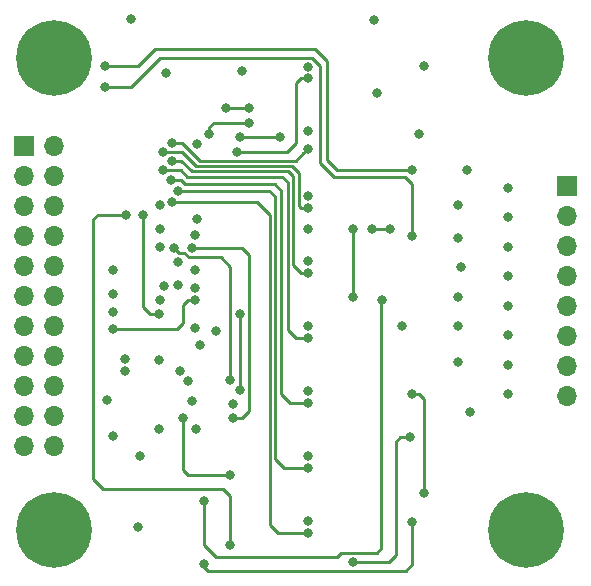
<source format=gbr>
G04 #@! TF.GenerationSoftware,KiCad,Pcbnew,(5.1.0)-1*
G04 #@! TF.CreationDate,2019-05-16T12:54:04-05:00*
G04 #@! TF.ProjectId,GPIODriverVer1,4750494f-4472-4697-9665-72566572312e,rev?*
G04 #@! TF.SameCoordinates,Original*
G04 #@! TF.FileFunction,Copper,L2,Inr*
G04 #@! TF.FilePolarity,Positive*
%FSLAX46Y46*%
G04 Gerber Fmt 4.6, Leading zero omitted, Abs format (unit mm)*
G04 Created by KiCad (PCBNEW (5.1.0)-1) date 2019-05-16 12:54:04*
%MOMM*%
%LPD*%
G04 APERTURE LIST*
%ADD10C,0.800000*%
%ADD11C,6.400000*%
%ADD12O,1.700000X1.700000*%
%ADD13R,1.700000X1.700000*%
%ADD14C,0.250000*%
G04 APERTURE END LIST*
D10*
X122947056Y-123802944D03*
X121250000Y-123100000D03*
X119552944Y-123802944D03*
X118850000Y-125500000D03*
X119552944Y-127197056D03*
X121250000Y-127900000D03*
X122947056Y-127197056D03*
X123650000Y-125500000D03*
D11*
X121250000Y-125500000D03*
D10*
X162947056Y-123802944D03*
X161250000Y-123100000D03*
X159552944Y-123802944D03*
X158850000Y-125500000D03*
X159552944Y-127197056D03*
X161250000Y-127900000D03*
X162947056Y-127197056D03*
X163650000Y-125500000D03*
D11*
X161250000Y-125500000D03*
D10*
X122947056Y-83802944D03*
X121250000Y-83100000D03*
X119552944Y-83802944D03*
X118850000Y-85500000D03*
X119552944Y-87197056D03*
X121250000Y-87900000D03*
X122947056Y-87197056D03*
X123650000Y-85500000D03*
D11*
X121250000Y-85500000D03*
D10*
X162947056Y-83802944D03*
X161250000Y-83100000D03*
X159552944Y-83802944D03*
X158850000Y-85500000D03*
X159552944Y-87197056D03*
X161250000Y-87900000D03*
X162947056Y-87197056D03*
X163650000Y-85500000D03*
D11*
X161250000Y-85500000D03*
D12*
X121290000Y-118400000D03*
X118750000Y-118400000D03*
X121290000Y-115860000D03*
X118750000Y-115860000D03*
X121290000Y-113320000D03*
X118750000Y-113320000D03*
X121290000Y-110780000D03*
X118750000Y-110780000D03*
X121290000Y-108240000D03*
X118750000Y-108240000D03*
X121290000Y-105700000D03*
X118750000Y-105700000D03*
X121290000Y-103160000D03*
X118750000Y-103160000D03*
X121290000Y-100620000D03*
X118750000Y-100620000D03*
X121290000Y-98080000D03*
X118750000Y-98080000D03*
X121290000Y-95540000D03*
X118750000Y-95540000D03*
X121290000Y-93000000D03*
D13*
X118750000Y-93000000D03*
X164750000Y-96340000D03*
D12*
X164750000Y-98880000D03*
X164750000Y-101420000D03*
X164750000Y-103960000D03*
X164750000Y-106500000D03*
X164750000Y-109040000D03*
X164750000Y-111580000D03*
X164750000Y-114120000D03*
D10*
X142750000Y-102750000D03*
X142750000Y-108250000D03*
X142750000Y-113750000D03*
X142750000Y-119250000D03*
X142750000Y-97250000D03*
X130250000Y-100000000D03*
X133250000Y-100500000D03*
X130250000Y-106000000D03*
X130175000Y-111075000D03*
X133325000Y-116925000D03*
X130175000Y-116925000D03*
X142750000Y-86250000D03*
X159750000Y-99000000D03*
X159750000Y-101500000D03*
X159750000Y-104000000D03*
X159750000Y-106500000D03*
X159750000Y-109000000D03*
X159750000Y-111500000D03*
X159750000Y-114000000D03*
X159750000Y-96500000D03*
X130250000Y-98000000D03*
X150750000Y-108250000D03*
X142749998Y-124750000D03*
X128600000Y-119200000D03*
X128400000Y-125200000D03*
X148600000Y-88450000D03*
X148400000Y-82300000D03*
X127800000Y-82200000D03*
X130800000Y-86800000D03*
X131965657Y-112027388D03*
X142749590Y-91730026D03*
X156237347Y-95012653D03*
X155500000Y-98012653D03*
X155500000Y-100750000D03*
X155749986Y-103250000D03*
X155500000Y-105750000D03*
X155500000Y-108250000D03*
X155487347Y-111237347D03*
X156500000Y-115500000D03*
X133400000Y-99200000D03*
X133400000Y-92800000D03*
X133249999Y-108400000D03*
X142800000Y-100000000D03*
X137170010Y-86629990D03*
X152600000Y-86200000D03*
X152200000Y-91999964D03*
X125600000Y-86200000D03*
X151600000Y-95000000D03*
X125600000Y-88000000D03*
X151600000Y-100600000D03*
X134000000Y-123000000D03*
X149025032Y-106000000D03*
X151600000Y-114000000D03*
X152600000Y-122400000D03*
X146600000Y-128200000D03*
X151400000Y-117600000D03*
X134000000Y-128400000D03*
X151625792Y-124773755D03*
X142750000Y-87250000D03*
X136750000Y-93500000D03*
X131250000Y-92750000D03*
X142800000Y-93199978D03*
X142750000Y-98250000D03*
X130500000Y-93500000D03*
X142750000Y-103750000D03*
X131250000Y-94250000D03*
X142750000Y-109250000D03*
X130500000Y-95000000D03*
X142750000Y-114750000D03*
X131175000Y-95825000D03*
X142750000Y-120250000D03*
X131750000Y-96750000D03*
X131250000Y-97750000D03*
X142750000Y-125750000D03*
X130250000Y-101500000D03*
X126237340Y-103512660D03*
X126250000Y-105500000D03*
X133250000Y-103500000D03*
X126250000Y-107000000D03*
X133250000Y-105000000D03*
X126250000Y-108500000D03*
X133250000Y-106000000D03*
X127250000Y-110999973D03*
X132647224Y-112894449D03*
X125750000Y-114500000D03*
X127250000Y-112000014D03*
X126250000Y-117500000D03*
X133000000Y-114600000D03*
X146600000Y-105800000D03*
X146600000Y-100000000D03*
X149750000Y-100000000D03*
X148200000Y-100000000D03*
X137000000Y-92200000D03*
X140400000Y-92200000D03*
X137800000Y-91000000D03*
X134400000Y-92000000D03*
X137800000Y-89800000D03*
X135800000Y-89800000D03*
X136200000Y-120800000D03*
X132200000Y-116000000D03*
X136200000Y-126800000D03*
X127400000Y-98800000D03*
X131800000Y-102775000D03*
X131799999Y-104725000D03*
X130600000Y-104800000D03*
X130200000Y-107200000D03*
X135000000Y-108600000D03*
X128800000Y-98800000D03*
X131475000Y-101600000D03*
X136200000Y-112800000D03*
X137000000Y-113600000D03*
X137000000Y-107200000D03*
X136400000Y-114800000D03*
X136400000Y-116000000D03*
X133000000Y-101600000D03*
X133599998Y-109800000D03*
D14*
X145200000Y-95000000D02*
X151600000Y-95000000D01*
X128400000Y-86200000D02*
X129800000Y-84800000D01*
X125600000Y-86200000D02*
X128400000Y-86200000D01*
X129800000Y-84800000D02*
X143400000Y-84800000D01*
X143400000Y-84800000D02*
X144400000Y-85800000D01*
X144400000Y-85800000D02*
X144400000Y-94200000D01*
X144400000Y-94200000D02*
X145200000Y-95000000D01*
X151600000Y-100400000D02*
X151600000Y-100600000D01*
X151600000Y-96200000D02*
X151600000Y-100600000D01*
X151000000Y-95600000D02*
X151600000Y-96200000D01*
X145000000Y-95600000D02*
X151000000Y-95600000D01*
X130275001Y-85524999D02*
X143124999Y-85524999D01*
X143124999Y-85524999D02*
X143800000Y-86200000D01*
X143800000Y-86200000D02*
X143800000Y-94400000D01*
X127800000Y-88000000D02*
X130275001Y-85524999D01*
X125600000Y-88000000D02*
X127800000Y-88000000D01*
X143800000Y-94400000D02*
X145000000Y-95600000D01*
X149000000Y-106025032D02*
X149025032Y-106000000D01*
X149000000Y-127000000D02*
X149000000Y-106025032D01*
X134000000Y-126800000D02*
X135000000Y-127800000D01*
X134000000Y-123000000D02*
X134000000Y-126800000D01*
X135000000Y-127800000D02*
X145200000Y-127800000D01*
X145200000Y-127800000D02*
X145600000Y-127400000D01*
X145600000Y-127400000D02*
X148600000Y-127400000D01*
X148600000Y-127400000D02*
X149000000Y-127000000D01*
X152600000Y-121834315D02*
X152600000Y-122400000D01*
X152600000Y-114400000D02*
X152600000Y-121834315D01*
X151600000Y-114000000D02*
X152200000Y-114000000D01*
X152200000Y-114000000D02*
X152600000Y-114400000D01*
X150600000Y-117600000D02*
X151400000Y-117600000D01*
X150200000Y-118000000D02*
X150600000Y-117600000D01*
X150200000Y-127600000D02*
X150200000Y-118000000D01*
X146600000Y-128200000D02*
X149600000Y-128200000D01*
X149600000Y-128200000D02*
X150200000Y-127600000D01*
X151600000Y-124799547D02*
X151625792Y-124773755D01*
X151600000Y-128400000D02*
X151600000Y-124799547D01*
X151074999Y-128925001D02*
X151600000Y-128400000D01*
X134325001Y-128925001D02*
X151074999Y-128925001D01*
X134000000Y-128400000D02*
X134000000Y-128600000D01*
X134000000Y-128600000D02*
X134325001Y-128925001D01*
X142184315Y-87250000D02*
X141750000Y-87684315D01*
X142750000Y-87250000D02*
X142184315Y-87250000D01*
X141750000Y-87684315D02*
X141750000Y-92750000D01*
X141000000Y-93500000D02*
X136750000Y-93500000D01*
X141750000Y-92750000D02*
X141000000Y-93500000D01*
X131250000Y-92750000D02*
X132150000Y-92750000D01*
X132150000Y-92750000D02*
X133625001Y-94225001D01*
X133625001Y-94225001D02*
X141774977Y-94225001D01*
X142400001Y-93599977D02*
X142800000Y-93199978D01*
X141774977Y-94225001D02*
X142400001Y-93599977D01*
X142184315Y-98250000D02*
X142000000Y-98065685D01*
X142750000Y-98250000D02*
X142184315Y-98250000D01*
X142000000Y-98065685D02*
X142000000Y-95250000D01*
X132100000Y-93500000D02*
X130500000Y-93500000D01*
X142000000Y-95250000D02*
X141425011Y-94675011D01*
X141425011Y-94675011D02*
X133275011Y-94675011D01*
X133275011Y-94675011D02*
X132100000Y-93500000D01*
X142184315Y-103750000D02*
X141500000Y-103065685D01*
X142750000Y-103750000D02*
X142184315Y-103750000D01*
X141500000Y-103065685D02*
X141500000Y-95500000D01*
X141500000Y-95500000D02*
X141125021Y-95125021D01*
X132050000Y-94250000D02*
X131250000Y-94250000D01*
X141125021Y-95125021D02*
X132925021Y-95125021D01*
X132925021Y-95125021D02*
X132050000Y-94250000D01*
X132000000Y-95000000D02*
X130500000Y-95000000D01*
X141750000Y-109250000D02*
X141049990Y-108549990D01*
X142750000Y-109250000D02*
X141750000Y-109250000D01*
X141049990Y-108549990D02*
X141049990Y-96049990D01*
X141049990Y-96049990D02*
X140575031Y-95575031D01*
X140575031Y-95575031D02*
X132575031Y-95575031D01*
X132575031Y-95575031D02*
X132000000Y-95000000D01*
X132025000Y-95825000D02*
X131740685Y-95825000D01*
X141250000Y-114750000D02*
X140500000Y-114000000D01*
X142750000Y-114750000D02*
X141250000Y-114750000D01*
X140500000Y-114000000D02*
X140500000Y-96750000D01*
X140500000Y-96750000D02*
X139950000Y-96200000D01*
X139950000Y-96200000D02*
X132400000Y-96200000D01*
X131740685Y-95825000D02*
X131175000Y-95825000D01*
X132400000Y-96200000D02*
X132025000Y-95825000D01*
X140750000Y-120250000D02*
X142750000Y-120250000D01*
X140000000Y-119500000D02*
X140750000Y-120250000D01*
X140000000Y-97250000D02*
X140000000Y-119500000D01*
X131750000Y-96750000D02*
X139500000Y-96750000D01*
X139500000Y-96750000D02*
X140000000Y-97250000D01*
X138500000Y-97750000D02*
X131250000Y-97750000D01*
X139549990Y-98799990D02*
X138500000Y-97750000D01*
X139549990Y-125049990D02*
X139549990Y-98799990D01*
X142750000Y-125750000D02*
X140250000Y-125750000D01*
X140250000Y-125750000D02*
X139549990Y-125049990D01*
X132600000Y-106000000D02*
X133250000Y-106000000D01*
X132200000Y-106400000D02*
X132600000Y-106000000D01*
X132200000Y-108000000D02*
X132200000Y-106400000D01*
X126250000Y-108500000D02*
X131700000Y-108500000D01*
X131700000Y-108500000D02*
X132200000Y-108000000D01*
X146600000Y-105234315D02*
X146600000Y-100000000D01*
X146600000Y-105800000D02*
X146600000Y-105234315D01*
X149750000Y-100000000D02*
X148200000Y-100000000D01*
X140400000Y-92200000D02*
X137000000Y-92200000D01*
X134400000Y-91400000D02*
X134400000Y-92000000D01*
X137800000Y-91000000D02*
X134800000Y-91000000D01*
X134800000Y-91000000D02*
X134400000Y-91400000D01*
X137800000Y-89800000D02*
X135800000Y-89800000D01*
X132200000Y-116565685D02*
X132200000Y-116000000D01*
X132200000Y-120400000D02*
X132200000Y-116565685D01*
X136200000Y-120800000D02*
X132600000Y-120800000D01*
X132600000Y-120800000D02*
X132200000Y-120400000D01*
X125000000Y-98800000D02*
X127400000Y-98800000D01*
X136200000Y-126800000D02*
X136200000Y-122600000D01*
X135600000Y-122000000D02*
X125400000Y-122000000D01*
X125400000Y-122000000D02*
X124600000Y-121200000D01*
X124600000Y-121200000D02*
X124600000Y-99200000D01*
X136200000Y-122600000D02*
X135600000Y-122000000D01*
X124600000Y-99200000D02*
X125000000Y-98800000D01*
X128800000Y-99365685D02*
X128800000Y-98800000D01*
X128800000Y-106600000D02*
X128800000Y-99365685D01*
X130200000Y-107200000D02*
X129400000Y-107200000D01*
X129400000Y-107200000D02*
X128800000Y-106600000D01*
X136200000Y-103200000D02*
X136200000Y-112800000D01*
X135400000Y-102400000D02*
X136200000Y-103200000D01*
X132726998Y-102400000D02*
X135400000Y-102400000D01*
X132326997Y-101999999D02*
X132726998Y-102400000D01*
X131475000Y-101600000D02*
X131874999Y-101999999D01*
X131874999Y-101999999D02*
X132326997Y-101999999D01*
X137000000Y-113600000D02*
X137000000Y-107200000D01*
X137200000Y-101600000D02*
X133000000Y-101600000D01*
X137800000Y-102200000D02*
X137200000Y-101600000D01*
X137800000Y-115400000D02*
X137800000Y-102200000D01*
X136400000Y-116000000D02*
X137200000Y-116000000D01*
X137200000Y-116000000D02*
X137800000Y-115400000D01*
M02*

</source>
